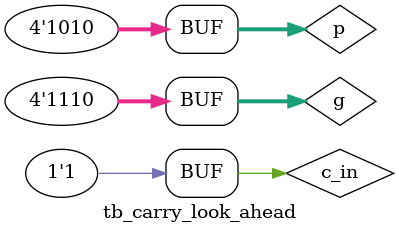
<source format=v>
`timescale 1ns/1ps

/* 

    * Assignment - 3
    * Problem - 2.b
    * Semester - 5 (Autumn)
    * Group - 56
    * Group members - Utsav Mehta (20CS10069) and Vibhu (20CS10072)

*/

module tb_carry_look_ahead;

    // Inputs and Outputs
    reg [3:0] p, g;
    reg c_in;
    wire [3:0] c;
    wire p_out, g_out, c_out;

    // Module Instantiations (Unit Under Test)
    carry_look_ahead tb_(.p(p), .g(g), .c(c), .c_in(c_in), .c_out(c_out), .p_out(p_out), .g_out(g_out));

    initial begin

        $monitor("Propagate = %d, Generate = %d, Carry_in = %d, Carry = %d, Carry_out = %d, Propagate_out = %d, Generate_out = %d", p, g, c_in, c, c_out, p_out, g_out);

        // Input values initialization
        p = 4'b1111; g=4'b1100; c_in = 1;
        #50;
        p = 4'b0101; g=4'b0100; c_in = 0;
        #50;
        p = 4'b1011; g=4'b1001; c_in = 0;
        #50;
        p = 4'b1010; g=4'b1110; c_in = 1;

    end

endmodule
</source>
